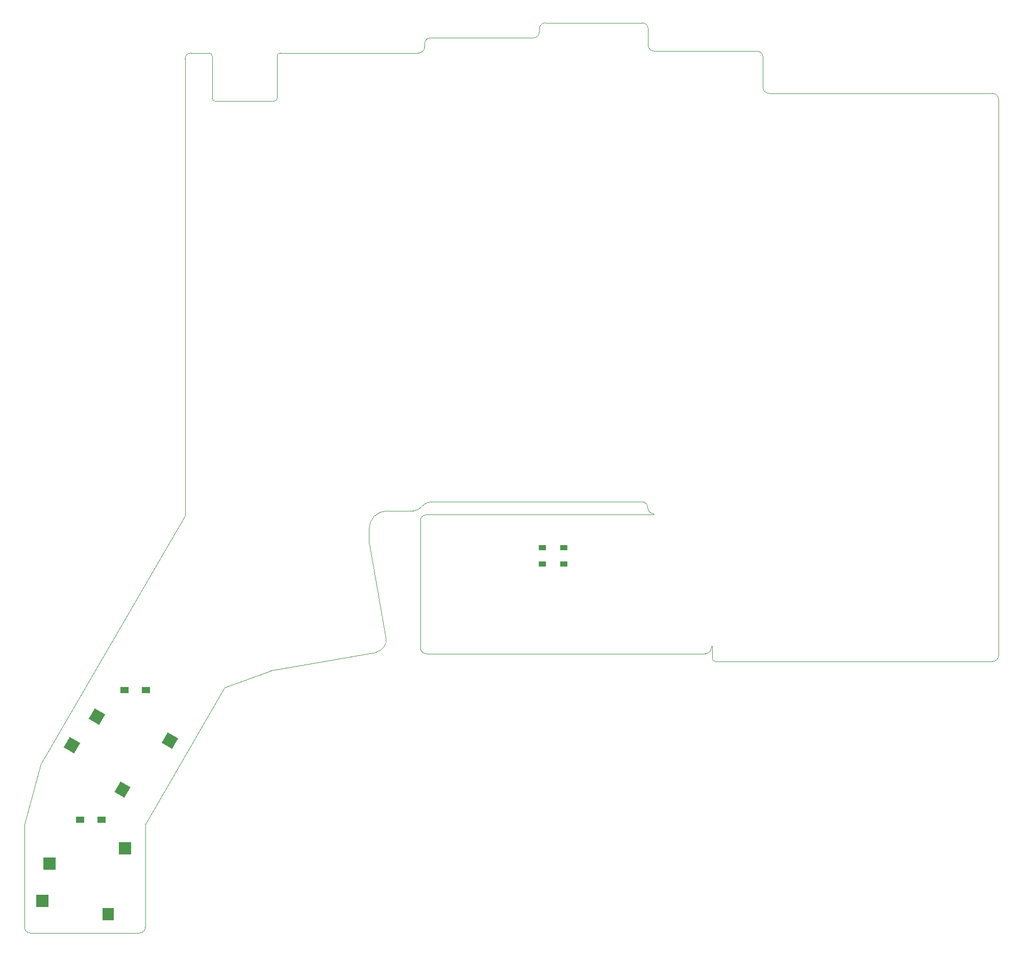
<source format=gbr>
%TF.GenerationSoftware,KiCad,Pcbnew,(6.0.4-0)*%
%TF.CreationDate,2022-10-26T23:43:41+09:00*%
%TF.ProjectId,mtk64_R_rev2,6d746b36-345f-4525-9f72-6576322e6b69,rev?*%
%TF.SameCoordinates,Original*%
%TF.FileFunction,Paste,Bot*%
%TF.FilePolarity,Positive*%
%FSLAX45Y45*%
G04 Gerber Fmt 4.5, Leading zero omitted, Abs format (unit mm)*
G04 Created by KiCad (PCBNEW (6.0.4-0)) date 2022-10-26 23:43:41*
%MOMM*%
%LPD*%
G01*
G04 APERTURE LIST*
G04 Aperture macros list*
%AMRotRect*
0 Rectangle, with rotation*
0 The origin of the aperture is its center*
0 $1 length*
0 $2 width*
0 $3 Rotation angle, in degrees counterclockwise*
0 Add horizontal line*
21,1,$1,$2,0,0,$3*%
G04 Aperture macros list end*
%TA.AperFunction,Profile*%
%ADD10C,0.050000*%
%TD*%
%ADD11R,1.300000X0.950000*%
%ADD12RotRect,2.000000X2.000000X150.000000*%
%ADD13RotRect,1.900000X2.000000X150.000000*%
%ADD14R,2.000000X2.000000*%
%ADD15R,1.900000X2.000000*%
%ADD16R,1.400000X1.000000*%
G04 APERTURE END LIST*
D10*
X11993884Y-14168677D02*
G75*
G03*
X12156072Y-13937180I-34804J196947D01*
G01*
X9273905Y-4279471D02*
X9273905Y-4979471D01*
X17574637Y-14274471D02*
X17574637Y-14220000D01*
X12730000Y-14095000D02*
X12730000Y-11989500D01*
X17574637Y-14070000D02*
X17574637Y-14220000D01*
X11993884Y-14168677D02*
X10282648Y-14471094D01*
X9477251Y-14758356D02*
X8165989Y-17029529D01*
X8065989Y-18829529D02*
G75*
G03*
X8165989Y-18729529I1J99999D01*
G01*
X20318500Y-14324471D02*
X17624637Y-14324471D01*
X8923905Y-4229471D02*
X9223905Y-4229471D01*
X10303905Y-5029475D02*
G75*
G03*
X10353905Y-4979471I-5J50005D01*
G01*
X9323905Y-5029471D02*
X10303905Y-5029471D01*
X12178500Y-11824470D02*
G75*
G03*
X11878500Y-12124471I0J-300000D01*
G01*
X16508499Y-3829471D02*
G75*
G03*
X16408500Y-3729471I-99999J1D01*
G01*
X6433938Y-16029528D02*
X6160000Y-17029529D01*
X12798500Y-4129471D02*
X12798500Y-4079471D01*
X18413500Y-4299471D02*
X18413500Y-4799471D01*
X8165989Y-17029529D02*
X8165989Y-18729529D01*
X17458500Y-14195000D02*
X12830000Y-14195000D01*
X14603500Y-3979470D02*
G75*
G03*
X14703500Y-3879471I0J100000D01*
G01*
X16502639Y-11776971D02*
G75*
G03*
X16402643Y-11674471I-100009J2461D01*
G01*
X9273909Y-4979471D02*
G75*
G03*
X9323905Y-5029471I50001J1D01*
G01*
X18413499Y-4299471D02*
G75*
G03*
X18313500Y-4199471I-99999J1D01*
G01*
X16508499Y-4099471D02*
G75*
G03*
X16608500Y-4199471I100001J1D01*
G01*
X12898500Y-3979471D02*
X14603500Y-3979471D01*
X22223500Y-14324471D02*
X20318500Y-14324471D01*
X10403905Y-4229465D02*
G75*
G03*
X10353905Y-4279471I5J-50005D01*
G01*
X12730000Y-14095000D02*
G75*
G03*
X12830000Y-14195000I100000J0D01*
G01*
X12898500Y-3979470D02*
G75*
G03*
X12798500Y-4079471I0J-100000D01*
G01*
X17558500Y-14070000D02*
X17558500Y-14095000D01*
X12698500Y-4229470D02*
G75*
G03*
X12798500Y-4129471I0J100000D01*
G01*
X16402643Y-11674471D02*
X12917149Y-11674471D01*
X14803500Y-3729471D02*
X16408500Y-3729471D01*
X12607500Y-11824471D02*
X12178500Y-11824471D01*
X17574639Y-14274471D02*
G75*
G03*
X17624637Y-14324471I50001J1D01*
G01*
X11878499Y-12328364D02*
G75*
G03*
X11883010Y-12380186I300001J4D01*
G01*
X6160000Y-18729529D02*
X6160000Y-17029529D01*
X11883010Y-12380186D02*
X12156072Y-13937180D01*
X16602643Y-11872500D02*
X16602643Y-11889500D01*
X12917149Y-11674471D02*
G75*
G03*
X12761024Y-11745000I1J-208069D01*
G01*
X8923905Y-4229465D02*
G75*
G03*
X8823905Y-4329471I5J-100005D01*
G01*
X22323499Y-4999471D02*
G75*
G03*
X22223500Y-4899471I-99999J1D01*
G01*
X16508500Y-3829471D02*
X16508500Y-4099471D01*
X8065989Y-18829529D02*
X6260000Y-18829529D01*
X17558500Y-14070000D02*
X17574637Y-14070000D01*
X17458500Y-14195000D02*
G75*
G03*
X17558500Y-14095000I0J100000D01*
G01*
X11878500Y-12124471D02*
X11878500Y-12328364D01*
X9477251Y-14758356D02*
X10232249Y-14484609D01*
X8823905Y-11900000D02*
X6433938Y-16029528D01*
X12607500Y-11824471D02*
G75*
G03*
X12761024Y-11745000I2850J182521D01*
G01*
X12830000Y-11889500D02*
G75*
G03*
X12730000Y-11989500I0J-100000D01*
G01*
X10282648Y-14471094D02*
G75*
G03*
X10232249Y-14484609I52212J-295426D01*
G01*
X12830000Y-11889500D02*
X16602643Y-11889500D01*
X18513500Y-4899471D02*
X22223500Y-4899471D01*
X22223500Y-14324470D02*
G75*
G03*
X22323500Y-14224471I0J100000D01*
G01*
X8823905Y-11900000D02*
X8823905Y-4329471D01*
X6160001Y-18729529D02*
G75*
G03*
X6260000Y-18829529I99999J-2D01*
G01*
X14803500Y-3729470D02*
G75*
G03*
X14703500Y-3829471I0J-100000D01*
G01*
X9273899Y-4279471D02*
G75*
G03*
X9223905Y-4229471I-49999J1D01*
G01*
X10353905Y-4979471D02*
X10353905Y-4279471D01*
X22323500Y-4999471D02*
X22323500Y-14224471D01*
X10403905Y-4229471D02*
X12698500Y-4229471D01*
X14703500Y-3879471D02*
X14703500Y-3829471D01*
X18413499Y-4799471D02*
G75*
G03*
X18513500Y-4899471I100001J1D01*
G01*
X16502644Y-11776971D02*
G75*
G03*
X16602643Y-11872500I99996J4571D01*
G01*
X16608500Y-4199471D02*
X18313500Y-4199471D01*
D11*
%TO.C,D1*%
X14753000Y-12435500D03*
X15108000Y-12435500D03*
%TD*%
D12*
%TO.C,SW2*%
X7366009Y-15235135D03*
X6950086Y-15715535D03*
X8575541Y-15640165D03*
D13*
X7784053Y-16451061D03*
%TD*%
D11*
%TO.C,D1*%
X14753000Y-12710500D03*
X15108000Y-12710500D03*
%TD*%
D14*
%TO.C,SW2*%
X6575989Y-17675529D03*
X6455989Y-18299529D03*
D15*
X7545989Y-18519529D03*
D14*
X7825989Y-17421529D03*
%TD*%
D16*
%TO.C,D24*%
X7822500Y-14800000D03*
X8177500Y-14800000D03*
%TD*%
%TO.C,D24*%
X7437500Y-16947500D03*
X7082500Y-16947500D03*
%TD*%
M02*

</source>
